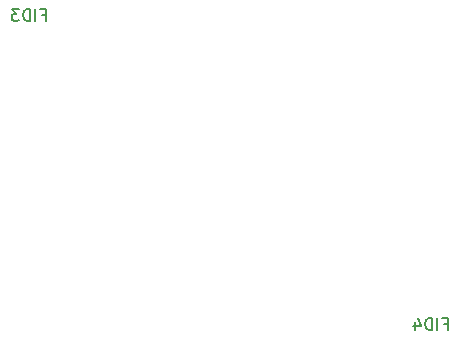
<source format=gbr>
%TF.GenerationSoftware,KiCad,Pcbnew,7.0.11-2.fc39*%
%TF.CreationDate,2024-08-16T08:17:41-07:00*%
%TF.ProjectId,wall_clock_full,77616c6c-5f63-46c6-9f63-6b5f66756c6c,A0*%
%TF.SameCoordinates,PX6d01460PY3072580*%
%TF.FileFunction,Legend,Bot*%
%TF.FilePolarity,Positive*%
%FSLAX46Y46*%
G04 Gerber Fmt 4.6, Leading zero omitted, Abs format (unit mm)*
G04 Created by KiCad (PCBNEW 7.0.11-2.fc39) date 2024-08-16 08:17:41*
%MOMM*%
%LPD*%
G01*
G04 APERTURE LIST*
%ADD10C,0.150000*%
G04 APERTURE END LIST*
D10*
X37139428Y-27299509D02*
X37472761Y-27299509D01*
X37472761Y-27823319D02*
X37472761Y-26823319D01*
X37472761Y-26823319D02*
X36996571Y-26823319D01*
X36615618Y-27823319D02*
X36615618Y-26823319D01*
X36139428Y-27823319D02*
X36139428Y-26823319D01*
X36139428Y-26823319D02*
X35901333Y-26823319D01*
X35901333Y-26823319D02*
X35758476Y-26870938D01*
X35758476Y-26870938D02*
X35663238Y-26966176D01*
X35663238Y-26966176D02*
X35615619Y-27061414D01*
X35615619Y-27061414D02*
X35568000Y-27251890D01*
X35568000Y-27251890D02*
X35568000Y-27394747D01*
X35568000Y-27394747D02*
X35615619Y-27585223D01*
X35615619Y-27585223D02*
X35663238Y-27680461D01*
X35663238Y-27680461D02*
X35758476Y-27775700D01*
X35758476Y-27775700D02*
X35901333Y-27823319D01*
X35901333Y-27823319D02*
X36139428Y-27823319D01*
X34710857Y-27156652D02*
X34710857Y-27823319D01*
X34948952Y-26775700D02*
X35187047Y-27489985D01*
X35187047Y-27489985D02*
X34568000Y-27489985D01*
X3103428Y-1137509D02*
X3436761Y-1137509D01*
X3436761Y-1661319D02*
X3436761Y-661319D01*
X3436761Y-661319D02*
X2960571Y-661319D01*
X2579618Y-1661319D02*
X2579618Y-661319D01*
X2103428Y-1661319D02*
X2103428Y-661319D01*
X2103428Y-661319D02*
X1865333Y-661319D01*
X1865333Y-661319D02*
X1722476Y-708938D01*
X1722476Y-708938D02*
X1627238Y-804176D01*
X1627238Y-804176D02*
X1579619Y-899414D01*
X1579619Y-899414D02*
X1532000Y-1089890D01*
X1532000Y-1089890D02*
X1532000Y-1232747D01*
X1532000Y-1232747D02*
X1579619Y-1423223D01*
X1579619Y-1423223D02*
X1627238Y-1518461D01*
X1627238Y-1518461D02*
X1722476Y-1613700D01*
X1722476Y-1613700D02*
X1865333Y-1661319D01*
X1865333Y-1661319D02*
X2103428Y-1661319D01*
X1198666Y-661319D02*
X579619Y-661319D01*
X579619Y-661319D02*
X912952Y-1042271D01*
X912952Y-1042271D02*
X770095Y-1042271D01*
X770095Y-1042271D02*
X674857Y-1089890D01*
X674857Y-1089890D02*
X627238Y-1137509D01*
X627238Y-1137509D02*
X579619Y-1232747D01*
X579619Y-1232747D02*
X579619Y-1470842D01*
X579619Y-1470842D02*
X627238Y-1566080D01*
X627238Y-1566080D02*
X674857Y-1613700D01*
X674857Y-1613700D02*
X770095Y-1661319D01*
X770095Y-1661319D02*
X1055809Y-1661319D01*
X1055809Y-1661319D02*
X1151047Y-1613700D01*
X1151047Y-1613700D02*
X1198666Y-1566080D01*
M02*

</source>
